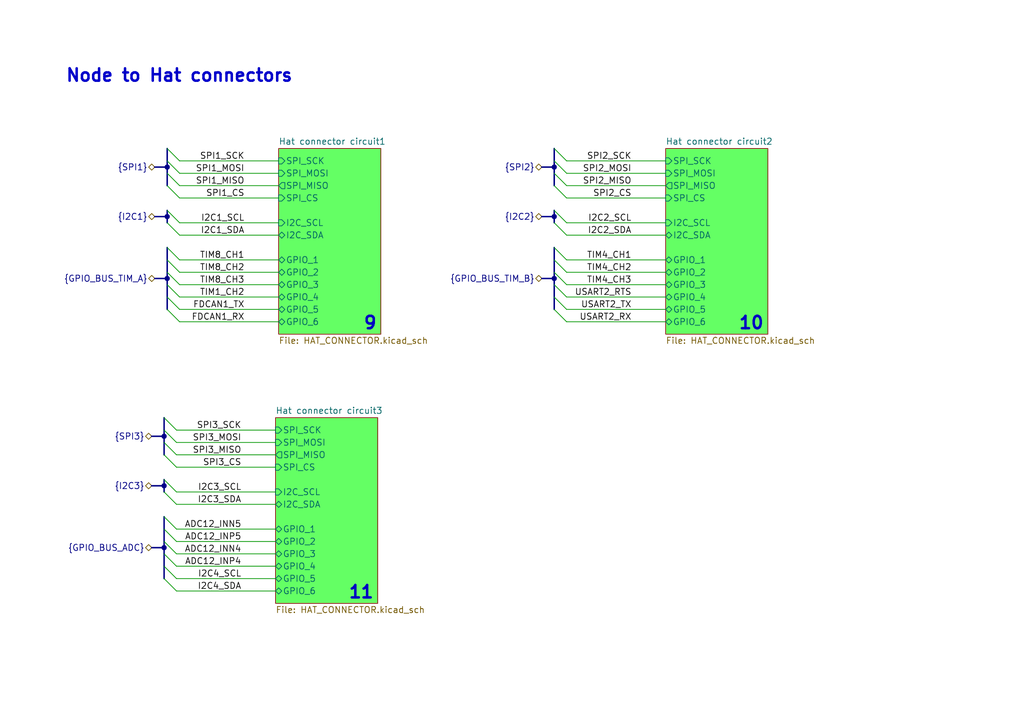
<source format=kicad_sch>
(kicad_sch (version 20211123) (generator eeschema)
  (paper "A5")
  (title_block (title "Hat Connectors and Delocalized Connectors") (company "EPFL Xplore") (comment 2 "Author: Vincent Nguyen"))
  (lib_symbols)
  (junction (at 34.29 34.29))
  (junction (at 33.655 112.395))
  (junction (at 113.665 34.29))
  (junction (at 33.655 89.535))
  (junction (at 34.29 57.15))
  (junction (at 113.665 57.15))
  (junction (at 113.665 44.45))
  (junction (at 34.29 44.45))
  (junction (at 33.655 99.695))
  (bus_entry (at 36.195 111.125) (size -2.54 -2.54))
  (bus_entry (at 36.195 103.505) (size -2.54 -2.54))
  (bus_entry (at 116.205 63.5) (size -2.54 -2.54))
  (bus_entry (at 116.205 66.04) (size -2.54 -2.54))
  (bus_entry (at 116.205 58.42) (size -2.54 -2.54))
  (bus_entry (at 116.205 60.96) (size -2.54 -2.54))
  (bus_entry (at 36.195 116.205) (size -2.54 -2.54))
  (bus_entry (at 116.205 38.1) (size -2.54 -2.54))
  (bus_entry (at 36.83 60.96) (size -2.54 -2.54))
  (bus_entry (at 36.83 55.88) (size -2.54 -2.54))
  (bus_entry (at 36.83 63.5) (size -2.54 -2.54))
  (bus_entry (at 36.83 40.64) (size -2.54 -2.54))
  (bus_entry (at 36.195 100.965) (size -2.54 -2.54))
  (bus_entry (at 36.83 33.02) (size -2.54 -2.54))
  (bus_entry (at 36.195 88.265) (size -2.54 -2.54))
  (bus_entry (at 36.195 121.285) (size -2.54 -2.54))
  (bus_entry (at 36.83 45.72) (size -2.54 -2.54))
  (bus_entry (at 36.83 38.1) (size -2.54 -2.54))
  (bus_entry (at 36.195 108.585) (size -2.54 -2.54))
  (bus_entry (at 116.205 35.56) (size -2.54 -2.54))
  (bus_entry (at 36.195 90.805) (size -2.54 -2.54))
  (bus_entry (at 36.195 113.665) (size -2.54 -2.54))
  (bus_entry (at 36.83 35.56) (size -2.54 -2.54))
  (bus_entry (at 116.205 48.26) (size -2.54 -2.54))
  (bus_entry (at 36.195 95.885) (size -2.54 -2.54))
  (bus_entry (at 116.205 45.72) (size -2.54 -2.54))
  (bus_entry (at 36.83 66.04) (size -2.54 -2.54))
  (bus_entry (at 116.205 53.34) (size -2.54 -2.54))
  (bus_entry (at 36.83 53.34) (size -2.54 -2.54))
  (bus_entry (at 36.195 118.745) (size -2.54 -2.54))
  (bus_entry (at 36.195 93.345) (size -2.54 -2.54))
  (bus_entry (at 116.205 40.64) (size -2.54 -2.54))
  (bus_entry (at 36.83 48.26) (size -2.54 -2.54))
  (bus_entry (at 116.205 33.02) (size -2.54 -2.54))
  (bus_entry (at 36.83 58.42) (size -2.54 -2.54))
  (bus_entry (at 116.205 55.88) (size -2.54 -2.54))
  (bus (pts (xy 34.29 35.56) (xy 34.29 38.1)))
  (bus (pts (xy 33.655 89.535) (xy 31.115 89.535)))
  (wire (pts (xy 36.83 45.72) (xy 57.15 45.72)))
  (bus (pts (xy 33.655 85.725) (xy 33.655 88.265)))
  (wire (pts (xy 36.195 116.205) (xy 56.515 116.205)))
  (wire (pts (xy 116.205 45.72) (xy 136.525 45.72)))
  (bus (pts (xy 33.655 108.585) (xy 33.655 111.125)))
  (wire (pts (xy 116.205 35.56) (xy 136.525 35.56)))
  (bus (pts (xy 34.29 50.8) (xy 34.29 53.34)))
  (wire (pts (xy 116.205 55.88) (xy 136.525 55.88)))
  (bus (pts (xy 34.29 43.18) (xy 34.29 44.45)))
  (bus (pts (xy 113.665 57.15) (xy 111.125 57.15)))
  (bus (pts (xy 33.655 116.205) (xy 33.655 118.745)))
  (bus (pts (xy 113.665 43.18) (xy 113.665 44.45)))
  (bus (pts (xy 33.655 111.125) (xy 33.655 112.395)))
  (bus (pts (xy 34.29 58.42) (xy 34.29 60.96)))
  (bus (pts (xy 113.665 57.15) (xy 113.665 58.42)))
  (bus (pts (xy 113.665 30.48) (xy 113.665 33.02)))
  (wire (pts (xy 36.83 63.5) (xy 57.15 63.5)))
  (bus (pts (xy 113.665 35.56) (xy 113.665 38.1)))
  (wire (pts (xy 116.205 66.04) (xy 136.525 66.04)))
  (bus (pts (xy 34.29 33.02) (xy 34.29 34.29)))
  (wire (pts (xy 36.195 93.345) (xy 56.515 93.345)))
  (bus (pts (xy 113.665 55.88) (xy 113.665 57.15)))
  (wire (pts (xy 116.205 33.02) (xy 136.525 33.02)))
  (bus (pts (xy 33.655 112.395) (xy 33.655 113.665)))
  (wire (pts (xy 36.195 113.665) (xy 56.515 113.665)))
  (wire (pts (xy 36.83 53.34) (xy 57.15 53.34)))
  (bus (pts (xy 113.665 34.29) (xy 113.665 35.56)))
  (wire (pts (xy 36.83 55.88) (xy 57.15 55.88)))
  (bus (pts (xy 34.29 57.15) (xy 34.29 58.42)))
  (bus (pts (xy 33.655 88.265) (xy 33.655 89.535)))
  (bus (pts (xy 33.655 90.805) (xy 33.655 93.345)))
  (bus (pts (xy 33.655 89.535) (xy 33.655 90.805)))
  (wire (pts (xy 36.83 60.96) (xy 57.15 60.96)))
  (bus (pts (xy 113.665 58.42) (xy 113.665 60.96)))
  (wire (pts (xy 36.195 103.505) (xy 56.515 103.505)))
  (wire (pts (xy 36.83 66.04) (xy 57.15 66.04)))
  (wire (pts (xy 116.205 60.96) (xy 136.525 60.96)))
  (wire (pts (xy 116.205 58.42) (xy 136.525 58.42)))
  (wire (pts (xy 116.205 63.5) (xy 136.525 63.5)))
  (bus (pts (xy 34.29 55.88) (xy 34.29 57.15)))
  (wire (pts (xy 36.195 108.585) (xy 56.515 108.585)))
  (bus (pts (xy 33.655 98.425) (xy 33.655 99.695)))
  (bus (pts (xy 113.665 34.29) (xy 111.125 34.29)))
  (bus (pts (xy 113.665 44.45) (xy 111.125 44.45)))
  (wire (pts (xy 36.83 38.1) (xy 57.15 38.1)))
  (wire (pts (xy 36.83 35.56) (xy 57.15 35.56)))
  (wire (pts (xy 36.195 118.745) (xy 56.515 118.745)))
  (bus (pts (xy 113.665 50.8) (xy 113.665 53.34)))
  (wire (pts (xy 116.205 48.26) (xy 136.525 48.26)))
  (bus (pts (xy 113.665 53.34) (xy 113.665 55.88)))
  (bus (pts (xy 34.29 60.96) (xy 34.29 63.5)))
  (bus (pts (xy 113.665 60.96) (xy 113.665 63.5)))
  (bus (pts (xy 34.29 57.15) (xy 31.75 57.15)))
  (wire (pts (xy 116.205 38.1) (xy 136.525 38.1)))
  (bus (pts (xy 113.665 33.02) (xy 113.665 34.29)))
  (wire (pts (xy 36.195 111.125) (xy 56.515 111.125)))
  (wire (pts (xy 36.195 88.265) (xy 56.515 88.265)))
  (bus (pts (xy 33.655 113.665) (xy 33.655 116.205)))
  (bus (pts (xy 33.655 99.695) (xy 31.115 99.695)))
  (bus (pts (xy 34.29 30.48) (xy 34.29 33.02)))
  (bus (pts (xy 34.29 44.45) (xy 34.29 45.72)))
  (bus (pts (xy 34.29 53.34) (xy 34.29 55.88)))
  (wire (pts (xy 36.83 58.42) (xy 57.15 58.42)))
  (wire (pts (xy 36.83 33.02) (xy 57.15 33.02)))
  (bus (pts (xy 113.665 44.45) (xy 113.665 45.72)))
  (bus (pts (xy 34.29 34.29) (xy 31.75 34.29)))
  (wire (pts (xy 36.83 48.26) (xy 57.15 48.26)))
  (bus (pts (xy 34.29 44.45) (xy 31.75 44.45)))
  (bus (pts (xy 33.655 106.045) (xy 33.655 108.585)))
  (wire (pts (xy 36.195 90.805) (xy 56.515 90.805)))
  (bus (pts (xy 34.29 34.29) (xy 34.29 35.56)))
  (wire (pts (xy 36.195 121.285) (xy 56.515 121.285)))
  (wire (pts (xy 116.205 53.34) (xy 136.525 53.34)))
  (bus (pts (xy 33.655 112.395) (xy 31.115 112.395)))
  (bus (pts (xy 33.655 99.695) (xy 33.655 100.965)))
  (wire (pts (xy 36.195 100.965) (xy 56.515 100.965)))
  (wire (pts (xy 36.83 40.64) (xy 57.15 40.64)))
  (wire (pts (xy 36.195 95.885) (xy 56.515 95.885)))
  (wire (pts (xy 116.205 40.64) (xy 136.525 40.64)))
  (text "9" (at 77.47 67.945 180) (effects (font (size 2.54 2.54) bold) (justify right bottom)))
  (text "10" (at 156.845 67.945 180) (effects (font (size 2.54 2.54) bold) (justify right bottom)))
  (text "11" (at 76.835 123.19 180) (effects (font (size 2.54 2.54) bold) (justify right bottom)))
  (text "Node to Hat connectors" (at 13.335 17.145 0) (effects (font (size 2.54 2.54) bold) (justify left bottom)))
  (label "TIM8_CH2" (at 50.165 55.88 180))
  (label "ADC12_INN5" (at 49.53 108.585 180))
  (label "I2C3_SDA" (at 49.53 103.505 180))
  (label "USART2_TX" (at 129.54 63.5 180))
  (label "SPI1_CS" (at 50.165 40.64 180))
  (label "SPI3_MOSI" (at 49.53 90.805 180))
  (label "SPI1_MOSI" (at 50.165 35.56 180))
  (label "TIM4_CH1" (at 129.54 53.34 180))
  (label "SPI2_SCK" (at 129.54 33.02 180))
  (label "I2C1_SDA" (at 50.165 48.26 180))
  (label "I2C1_SCL" (at 50.165 45.72 180))
  (label "SPI1_MISO" (at 50.165 38.1 180))
  (label "I2C2_SCL" (at 129.54 45.72 180))
  (label "SPI3_CS" (at 49.53 95.885 180))
  (label "I2C4_SCL" (at 49.53 118.745 180))
  (label "SPI2_MOSI" (at 129.54 35.56 180))
  (label "USART2_RTS" (at 129.54 60.96 180))
  (label "TIM4_CH2" (at 129.54 55.88 180))
  (label "SPI3_MISO" (at 49.53 93.345 180))
  (label "TIM8_CH3" (at 50.165 58.42 180))
  (label "SPI1_SCK" (at 50.165 33.02 180))
  (label "FDCAN1_RX" (at 50.165 66.04 180))
  (label "ADC12_INN4" (at 49.53 113.665 180))
  (label "FDCAN1_TX" (at 50.165 63.5 180))
  (label "I2C2_SDA" (at 129.54 48.26 180))
  (label "I2C3_SCL" (at 49.53 100.965 180))
  (label "ADC12_INP4" (at 49.53 116.205 180))
  (label "ADC12_INP5" (at 49.53 111.125 180))
  (label "SPI2_CS" (at 129.54 40.64 180))
  (label "TIM4_CH3" (at 129.54 58.42 180))
  (label "I2C4_SDA" (at 49.53 121.285 180))
  (label "SPI2_MISO" (at 129.54 38.1 180))
  (label "USART2_RX" (at 129.54 66.04 180))
  (label "TIM8_CH1" (at 50.165 53.34 180))
  (label "SPI3_SCK" (at 49.53 88.265 180))
  (label "TIM1_CH2" (at 50.165 60.96 180))
  (hierarchical_label "{I2C1}" (shape bidirectional) (at 31.75 44.45 180))
  (hierarchical_label "{SPI2}" (shape bidirectional) (at 111.125 34.29 180))
  (hierarchical_label "{I2C2}" (shape bidirectional) (at 111.125 44.45 180))
  (hierarchical_label "{GPIO_BUS_TIM_A}" (shape bidirectional) (at 31.75 57.15 180))
  (hierarchical_label "{GPIO_BUS_TIM_B}" (shape bidirectional) (at 111.125 57.15 180))
  (hierarchical_label "{GPIO_BUS_ADC}" (shape bidirectional) (at 31.115 112.395 180))
  (hierarchical_label "{SPI1}" (shape bidirectional) (at 31.75 34.29 180))
  (hierarchical_label "{I2C3}" (shape bidirectional) (at 31.115 99.695 180))
  (hierarchical_label "{SPI3}" (shape bidirectional) (at 31.115 89.535 180))
  (sheet (at 56.515 85.725) (size 20.955 38.1) (stroke (width 0.1524)) (fill (color 100 255 100 1.0000))
    (property "Sheet name" "Hat connector circuit3" (at 56.515 85.0134 0) (effects (justify left bottom)))
    (property "Sheet file" "HAT_CONNECTOR.kicad_sch" (at 56.515 124.4096 0) (effects (justify left top)))
    (pin "SPI_MISO" output (at 56.515 93.345 180))
    (pin "SPI_SCK" input (at 56.515 88.265 180))
    (pin "SPI_MOSI" input (at 56.515 90.805 180))
    (pin "SPI_CS" input (at 56.515 95.885 180))
    (pin "I2C_SCL" input (at 56.515 100.965 180))
    (pin "I2C_SDA" bidirectional (at 56.515 103.505 180))
    (pin "GPIO_5" bidirectional (at 56.515 118.745 180))
    (pin "GPIO_1" bidirectional (at 56.515 108.585 180))
    (pin "GPIO_2" bidirectional (at 56.515 111.125 180))
    (pin "GPIO_3" bidirectional (at 56.515 113.665 180))
    (pin "GPIO_4" bidirectional (at 56.515 116.205 180))
    (pin "GPIO_6" bidirectional (at 56.515 121.285 180))
  )
  (sheet (at 57.15 30.48) (size 20.955 38.1) (stroke (width 0.1524)) (fill (color 100 255 100 1.0000))
    (property "Sheet name" "Hat connector circuit1" (at 57.15 29.7684 0) (effects (justify left bottom)))
    (property "Sheet file" "HAT_CONNECTOR.kicad_sch" (at 57.15 69.1646 0) (effects (justify left top)))
    (pin "SPI_MISO" output (at 57.15 38.1 180))
    (pin "SPI_SCK" input (at 57.15 33.02 180))
    (pin "SPI_MOSI" input (at 57.15 35.56 180))
    (pin "SPI_CS" input (at 57.15 40.64 180))
    (pin "I2C_SCL" input (at 57.15 45.72 180))
    (pin "I2C_SDA" bidirectional (at 57.15 48.26 180))
    (pin "GPIO_5" bidirectional (at 57.15 63.5 180))
    (pin "GPIO_1" bidirectional (at 57.15 53.34 180))
    (pin "GPIO_2" bidirectional (at 57.15 55.88 180))
    (pin "GPIO_3" bidirectional (at 57.15 58.42 180))
    (pin "GPIO_4" bidirectional (at 57.15 60.96 180))
    (pin "GPIO_6" bidirectional (at 57.15 66.04 180))
  )
  (sheet (at 136.525 30.48) (size 20.955 38.1) (stroke (width 0.1524)) (fill (color 100 255 100 1.0000))
    (property "Sheet name" "Hat connector circuit2" (at 136.525 29.7684 0) (effects (justify left bottom)))
    (property "Sheet file" "HAT_CONNECTOR.kicad_sch" (at 136.525 69.1646 0) (effects (justify left top)))
    (pin "SPI_MISO" output (at 136.525 38.1 180))
    (pin "SPI_SCK" input (at 136.525 33.02 180))
    (pin "SPI_MOSI" input (at 136.525 35.56 180))
    (pin "SPI_CS" input (at 136.525 40.64 180))
    (pin "I2C_SCL" input (at 136.525 45.72 180))
    (pin "I2C_SDA" bidirectional (at 136.525 48.26 180))
    (pin "GPIO_5" bidirectional (at 136.525 63.5 180))
    (pin "GPIO_1" bidirectional (at 136.525 53.34 180))
    (pin "GPIO_2" bidirectional (at 136.525 55.88 180))
    (pin "GPIO_3" bidirectional (at 136.525 58.42 180))
    (pin "GPIO_4" bidirectional (at 136.525 60.96 180))
    (pin "GPIO_6" bidirectional (at 136.525 66.04 180))
  )
)
</source>
